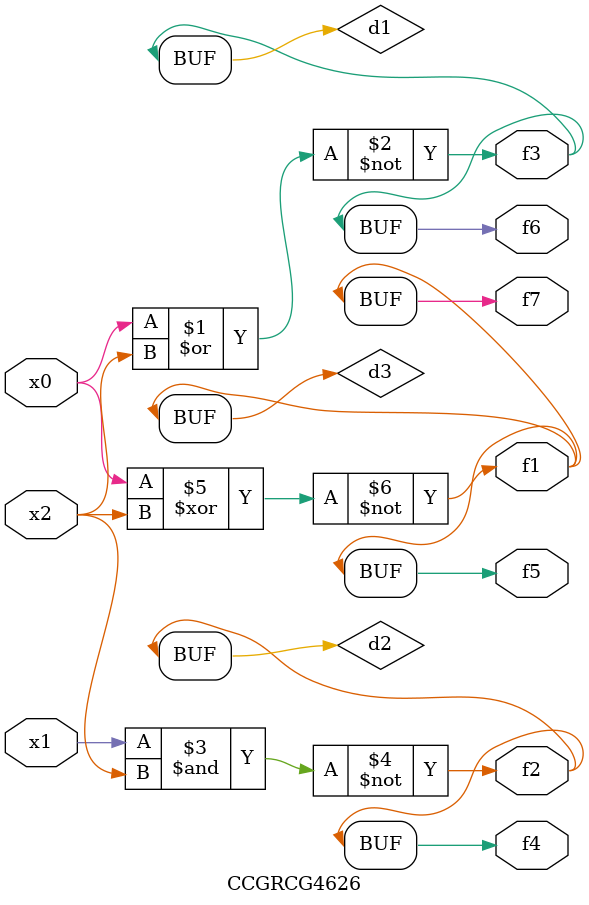
<source format=v>
module CCGRCG4626(
	input x0, x1, x2,
	output f1, f2, f3, f4, f5, f6, f7
);

	wire d1, d2, d3;

	nor (d1, x0, x2);
	nand (d2, x1, x2);
	xnor (d3, x0, x2);
	assign f1 = d3;
	assign f2 = d2;
	assign f3 = d1;
	assign f4 = d2;
	assign f5 = d3;
	assign f6 = d1;
	assign f7 = d3;
endmodule

</source>
